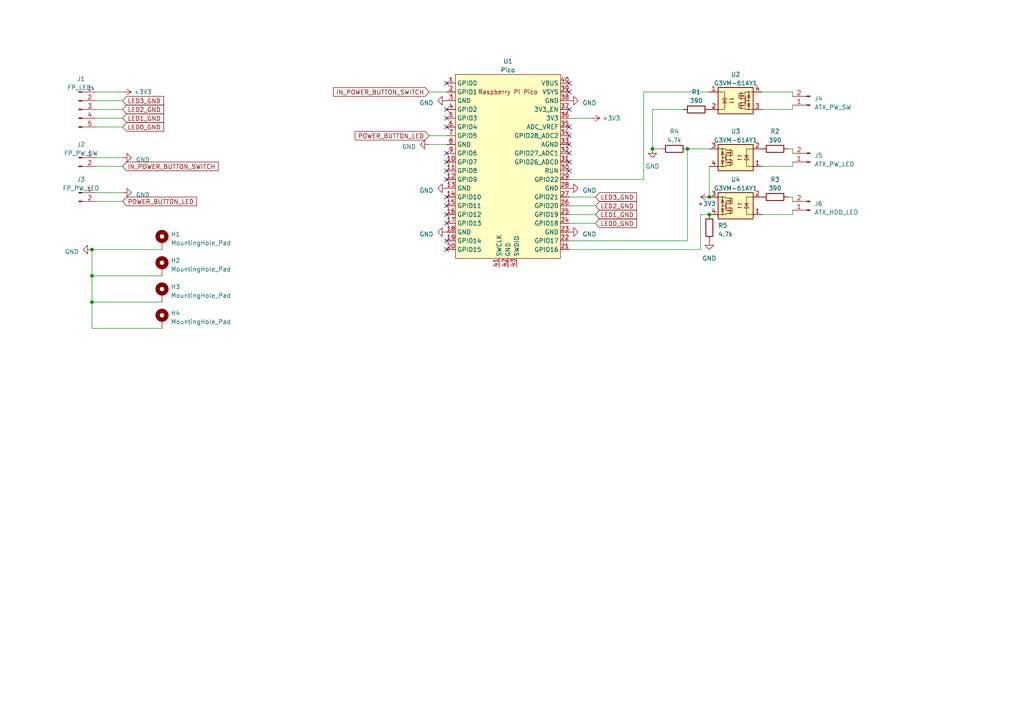
<source format=kicad_sch>
(kicad_sch (version 20230121) (generator eeschema)
  (paper "A4")
  (lib_symbols
    (symbol "Connector:Conn_01x02_Pin" (pin_names (offset 1.016) hide)
      (property "Reference" "J" (at 0 2.54 0))
      (property "Value" "Conn_01x02_Pin" (at 0 -5.08 0))
      (symbol "Conn_01x02_Pin_1_1"
        (polyline (pts (xy 1.27 -2.54) (xy 0.8636 -2.54)) (stroke (width 0.1524)))
        (polyline (pts (xy 1.27 0) (xy 0.8636 0)) (stroke (width 0.1524)))
        (rectangle (start 0.8636 -2.413) (end 0 -2.667) (stroke (width 0.1524)) (fill (type outline)))
        (rectangle (start 0.8636 0.127) (end 0 -0.127) (stroke (width 0.1524)) (fill (type outline)))
        (pin passive line (at 5.08 0 180) (length 3.81) (name "Pin_1") (number "1"))
        (pin passive line (at 5.08 -2.54 180) (length 3.81) (name "Pin_2") (number "2"))
      )
    )
    (symbol "Connector:Conn_01x05_Pin" (pin_names (offset 1.016) hide)
      (property "Reference" "J" (at 0 7.62 0))
      (property "Value" "Conn_01x05_Pin" (at 0 -7.62 0))
      (symbol "Conn_01x05_Pin_1_1"
        (polyline (pts (xy 1.27 -5.08) (xy 0.8636 -5.08)) (stroke (width 0.1524)))
        (polyline (pts (xy 1.27 -2.54) (xy 0.8636 -2.54)) (stroke (width 0.1524)))
        (polyline (pts (xy 1.27 0) (xy 0.8636 0)) (stroke (width 0.1524)))
        (polyline (pts (xy 1.27 2.54) (xy 0.8636 2.54)) (stroke (width 0.1524)))
        (polyline (pts (xy 1.27 5.08) (xy 0.8636 5.08)) (stroke (width 0.1524)))
        (rectangle (start 0.8636 -4.953) (end 0 -5.207) (stroke (width 0.1524)) (fill (type outline)))
        (rectangle (start 0.8636 -2.413) (end 0 -2.667) (stroke (width 0.1524)) (fill (type outline)))
        (rectangle (start 0.8636 0.127) (end 0 -0.127) (stroke (width 0.1524)) (fill (type outline)))
        (rectangle (start 0.8636 2.667) (end 0 2.413) (stroke (width 0.1524)) (fill (type outline)))
        (rectangle (start 0.8636 5.207) (end 0 4.953) (stroke (width 0.1524)) (fill (type outline)))
        (pin passive line (at 5.08 5.08 180) (length 3.81) (name "Pin_1") (number "1"))
        (pin passive line (at 5.08 2.54 180) (length 3.81) (name "Pin_2") (number "2"))
        (pin passive line (at 5.08 0 180) (length 3.81) (name "Pin_3") (number "3"))
        (pin passive line (at 5.08 -2.54 180) (length 3.81) (name "Pin_4") (number "4"))
        (pin passive line (at 5.08 -5.08 180) (length 3.81) (name "Pin_5") (number "5"))
      )
    )
    (symbol "Device:R" (pin_numbers hide) (pin_names (offset 0))
      (property "Reference" "R" (at 2.032 0 90))
      (property "Value" "R" (at 0 0 90))
      (symbol "R_0_1"
        (rectangle (start -1.016 -2.54) (end 1.016 2.54) (stroke (width 0.254)))
      )
      (symbol "R_1_1"
        (pin passive line (at 0 3.81 270) (length 1.27) (name "~") (number "1"))
        (pin passive line (at 0 -3.81 90) (length 1.27) (name "~") (number "2"))
      )
    )
    (symbol "MCU_RaspberryPi_and_Boards:Pico"
      (property "Reference" "U" (at -13.97 27.94 0))
      (property "Value" "Pico" (at 0 19.05 0))
      (symbol "Pico_0_0"
        (text "Raspberry Pi Pico" (at 0 21.59 0) (effects (font (size 1.27 1.27))))
      )
      (symbol "Pico_0_1"
        (rectangle (start -15.24 26.67) (end 15.24 -26.67) (fill (type background)))
      )
      (symbol "Pico_1_1"
        (pin bidirectional line (at -17.78 24.13 0) (length 2.54) (name "GPIO0") (number "1"))
        (pin bidirectional line (at -17.78 1.27 0) (length 2.54) (name "GPIO7") (number "10"))
        (pin bidirectional line (at -17.78 -1.27 0) (length 2.54) (name "GPIO8") (number "11"))
        (pin bidirectional line (at -17.78 -3.81 0) (length 2.54) (name "GPIO9") (number "12"))
        (pin power_in line (at -17.78 -6.35 0) (length 2.54) (name "GND") (number "13"))
        (pin bidirectional line (at -17.78 -8.89 0) (length 2.54) (name "GPIO10") (number "14"))
        (pin bidirectional line (at -17.78 -11.43 0) (length 2.54) (name "GPIO11") (number "15"))
        (pin bidirectional line (at -17.78 -13.97 0) (length 2.54) (name "GPIO12") (number "16"))
        (pin bidirectional line (at -17.78 -16.51 0) (length 2.54) (name "GPIO13") (number "17"))
        (pin power_in line (at -17.78 -19.05 0) (length 2.54) (name "GND") (number "18"))
        (pin bidirectional line (at -17.78 -21.59 0) (length 2.54) (name "GPIO14") (number "19"))
        (pin bidirectional line (at -17.78 21.59 0) (length 2.54) (name "GPIO1") (number "2"))
        (pin bidirectional line (at -17.78 -24.13 0) (length 2.54) (name "GPIO15") (number "20"))
        (pin bidirectional line (at 17.78 -24.13 180) (length 2.54) (name "GPIO16") (number "21"))
        (pin bidirectional line (at 17.78 -21.59 180) (length 2.54) (name "GPIO17") (number "22"))
        (pin power_in line (at 17.78 -19.05 180) (length 2.54) (name "GND") (number "23"))
        (pin bidirectional line (at 17.78 -16.51 180) (length 2.54) (name "GPIO18") (number "24"))
        (pin bidirectional line (at 17.78 -13.97 180) (length 2.54) (name "GPIO19") (number "25"))
        (pin bidirectional line (at 17.78 -11.43 180) (length 2.54) (name "GPIO20") (number "26"))
        (pin bidirectional line (at 17.78 -8.89 180) (length 2.54) (name "GPIO21") (number "27"))
        (pin power_in line (at 17.78 -6.35 180) (length 2.54) (name "GND") (number "28"))
        (pin bidirectional line (at 17.78 -3.81 180) (length 2.54) (name "GPIO22") (number "29"))
        (pin power_in line (at -17.78 19.05 0) (length 2.54) (name "GND") (number "3"))
        (pin input line (at 17.78 -1.27 180) (length 2.54) (name "RUN") (number "30"))
        (pin bidirectional line (at 17.78 1.27 180) (length 2.54) (name "GPIO26_ADC0") (number "31"))
        (pin bidirectional line (at 17.78 3.81 180) (length 2.54) (name "GPIO27_ADC1") (number "32"))
        (pin power_in line (at 17.78 6.35 180) (length 2.54) (name "AGND") (number "33"))
        (pin bidirectional line (at 17.78 8.89 180) (length 2.54) (name "GPIO28_ADC2") (number "34"))
        (pin power_in line (at 17.78 11.43 180) (length 2.54) (name "ADC_VREF") (number "35"))
        (pin power_in line (at 17.78 13.97 180) (length 2.54) (name "3V3") (number "36"))
        (pin input line (at 17.78 16.51 180) (length 2.54) (name "3V3_EN") (number "37"))
        (pin bidirectional line (at 17.78 19.05 180) (length 2.54) (name "GND") (number "38"))
        (pin power_in line (at 17.78 21.59 180) (length 2.54) (name "VSYS") (number "39"))
        (pin bidirectional line (at -17.78 16.51 0) (length 2.54) (name "GPIO2") (number "4"))
        (pin power_in line (at 17.78 24.13 180) (length 2.54) (name "VBUS") (number "40"))
        (pin input line (at -2.54 -29.21 90) (length 2.54) (name "SWCLK") (number "41"))
        (pin power_in line (at 0 -29.21 90) (length 2.54) (name "GND") (number "42"))
        (pin bidirectional line (at 2.54 -29.21 90) (length 2.54) (name "SWDIO") (number "43"))
        (pin bidirectional line (at -17.78 13.97 0) (length 2.54) (name "GPIO3") (number "5"))
        (pin bidirectional line (at -17.78 11.43 0) (length 2.54) (name "GPIO4") (number "6"))
        (pin bidirectional line (at -17.78 8.89 0) (length 2.54) (name "GPIO5") (number "7"))
        (pin power_in line (at -17.78 6.35 0) (length 2.54) (name "GND") (number "8"))
        (pin bidirectional line (at -17.78 3.81 0) (length 2.54) (name "GPIO6") (number "9"))
      )
    )
    (symbol "Mechanical:MountingHole_Pad" (pin_numbers hide) (pin_names (offset 1.016) hide)
      (property "Reference" "H" (at 0 6.35 0))
      (property "Value" "MountingHole_Pad" (at 0 4.445 0))
      (symbol "MountingHole_Pad_0_1"
        (circle (center 0 1.27) (radius 1.27) (stroke (width 1.27)))
      )
      (symbol "MountingHole_Pad_1_1"
        (pin input line (at 0 -2.54 90) (length 2.54) (name "1") (number "1"))
      )
    )
    (symbol "Relay_SolidState:TLP222A"
      (property "Reference" "U" (at -5.08 5.08 0))
      (property "Value" "TLP222A" (at 0 5.08 0))
      (symbol "TLP222A_0_1"
        (rectangle (start -5.08 3.81) (end 5.08 -3.81) (stroke (width 0.254)) (fill (type background)))
        (polyline (pts (xy -3.81 -0.635) (xy -2.54 -0.635)))
        (polyline (pts (xy 1.016 -0.635) (xy 1.016 -2.159)) (stroke (width 0.2032)))
        (polyline (pts (xy 1.016 2.159) (xy 1.016 0.635)) (stroke (width 0.2032)))
        (polyline (pts (xy 1.524 -0.508) (xy 1.524 -0.762)) (stroke (width 0.3556)))
        (polyline (pts (xy 2.794 0) (xy 3.81 0)))
        (polyline (pts (xy 3.429 -1.651) (xy 4.191 -1.651)))
        (polyline (pts (xy 3.429 1.651) (xy 4.191 1.651)))
        (polyline (pts (xy 3.81 -2.54) (xy 3.81 2.54)))
        (polyline (pts (xy 1.524 -2.032) (xy 1.524 -2.286) (xy 1.524 -2.286)) (stroke (width 0.3556)))
        (polyline (pts (xy 1.524 -1.27) (xy 1.524 -1.524) (xy 1.524 -1.524)) (stroke (width 0.3556)))
        (polyline (pts (xy 1.524 0.762) (xy 1.524 0.508) (xy 1.524 0.508)) (stroke (width 0.3556)))
        (polyline (pts (xy 1.524 1.524) (xy 1.524 1.27) (xy 1.524 1.27)) (stroke (width 0.3556)))
        (polyline (pts (xy 1.524 2.286) (xy 1.524 2.032) (xy 1.524 2.032)) (stroke (width 0.3556)))
        (polyline (pts (xy 1.651 -1.397) (xy 2.794 -1.397) (xy 2.794 -0.635)))
        (polyline (pts (xy 1.651 1.397) (xy 2.794 1.397) (xy 2.794 0.635)))
        (polyline (pts (xy -5.08 2.54) (xy -3.175 2.54) (xy -3.175 -2.54) (xy -5.08 -2.54)))
        (polyline (pts (xy -3.175 -0.635) (xy -3.81 0.635) (xy -2.54 0.635) (xy -3.175 -0.635)))
        (polyline (pts (xy 1.651 -2.159) (xy 2.794 -2.159) (xy 2.794 -2.54) (xy 5.08 -2.54)))
        (polyline (pts (xy 1.651 -0.635) (xy 2.794 -0.635) (xy 2.794 0.635) (xy 1.651 0.635)))
        (polyline (pts (xy 1.651 2.159) (xy 2.794 2.159) (xy 2.794 2.54) (xy 5.08 2.54)))
        (polyline (pts (xy 1.778 -1.397) (xy 2.286 -1.27) (xy 2.286 -1.524) (xy 1.778 -1.397)))
        (polyline (pts (xy 1.778 1.397) (xy 2.286 1.524) (xy 2.286 1.27) (xy 1.778 1.397)))
        (polyline (pts (xy 3.81 -1.651) (xy 3.429 -0.889) (xy 4.191 -0.889) (xy 3.81 -1.651)))
        (polyline (pts (xy 3.81 1.651) (xy 3.429 0.889) (xy 4.191 0.889) (xy 3.81 1.651)))
        (polyline (pts (xy -1.905 -0.508) (xy -0.635 -0.508) (xy -1.016 -0.635) (xy -1.016 -0.381) (xy -0.635 -0.508)))
        (polyline (pts (xy -1.905 0.508) (xy -0.635 0.508) (xy -1.016 0.381) (xy -1.016 0.635) (xy -0.635 0.508)))
        (circle (center 2.794 -0.635) (radius 0.127))
        (circle (center 2.794 0) (radius 0.127))
        (circle (center 2.794 0.635) (radius 0.127))
        (circle (center 3.81 -2.54) (radius 0.127))
        (circle (center 3.81 0) (radius 0.127))
        (circle (center 3.81 2.54) (radius 0.127))
      )
      (symbol "TLP222A_1_1"
        (pin passive line (at -7.62 2.54 0) (length 2.54) (name "~") (number "1"))
        (pin passive line (at -7.62 -2.54 0) (length 2.54) (name "~") (number "2"))
        (pin passive line (at 7.62 -2.54 180) (length 2.54) (name "~") (number "3"))
        (pin passive line (at 7.62 2.54 180) (length 2.54) (name "~") (number "4"))
      )
    )
    (symbol "power:+3V3" (power) (pin_names (offset 0))
      (property "Value" "+3V3" (at 0 3.556 0))
      (symbol "+3V3_0_1"
        (polyline (pts (xy -0.762 1.27) (xy 0 2.54)))
        (polyline (pts (xy 0 0) (xy 0 2.54)))
        (polyline (pts (xy 0 2.54) (xy 0.762 1.27)))
      )
      (symbol "+3V3_1_1"
        (pin power_in line (at 0 0 90) (length 0) hide (name "+3V3") (number "1"))
      )
    )
    (symbol "power:GND" (power) (pin_names (offset 0))
      (property "Value" "GND" (at 0 -3.81 0))
      (symbol "GND_0_1"
        (polyline (pts (xy 0 0) (xy 0 -1.27) (xy 1.27 -1.27) (xy 0 -2.54) (xy -1.27 -1.27) (xy 0 -1.27)))
      )
      (symbol "GND_1_1"
        (pin power_in line (at 0 0 270) (length 0) hide (name "GND") (number "1"))
      )
    )
  )
  (junction (at 26.67 72.39))
  (junction (at 189.23 43.18))
  (junction (at 199.39 43.18))
  (junction (at 205.74 57.15))
  (junction (at 26.67 87.63))
  (junction (at 205.74 62.23))
  (junction (at 26.67 80.01))
  (no_connect (at 165.1 26.67))
  (no_connect (at 129.54 64.77))
  (no_connect (at 129.54 69.85))
  (no_connect (at 165.1 36.83))
  (no_connect (at 129.54 31.75))
  (no_connect (at 165.1 44.45))
  (no_connect (at 129.54 34.29))
  (no_connect (at 129.54 72.39))
  (no_connect (at 129.54 44.45))
  (no_connect (at 129.54 57.15))
  (no_connect (at 165.1 24.13))
  (no_connect (at 129.54 46.99))
  (no_connect (at 165.1 31.75))
  (no_connect (at 129.54 59.69))
  (no_connect (at 165.1 49.53))
  (no_connect (at 165.1 39.37))
  (no_connect (at 165.1 41.91))
  (no_connect (at 165.1 46.99))
  (no_connect (at 129.54 24.13))
  (no_connect (at 129.54 36.83))
  (no_connect (at 129.54 62.23))
  (no_connect (at 129.54 52.07))
  (no_connect (at 129.54 49.53))
  (wire (pts (xy 27.94 29.21) (xy 35.56 29.21)))
  (wire (pts (xy 27.94 26.67) (xy 35.56 26.67)))
  (wire (pts (xy 27.94 34.29) (xy 35.56 34.29)))
  (wire (pts (xy 186.69 26.67) (xy 205.74 26.67)))
  (wire (pts (xy 165.1 34.29) (xy 171.45 34.29)))
  (wire (pts (xy 228.6 43.18) (xy 229.87 43.18)))
  (wire (pts (xy 27.94 36.83) (xy 35.56 36.83)))
  (wire (pts (xy 186.69 52.07) (xy 186.69 26.67)))
  (wire (pts (xy 27.94 55.88) (xy 35.56 55.88)))
  (wire (pts (xy 203.2 62.23) (xy 205.74 62.23)))
  (wire (pts (xy 124.46 39.37) (xy 129.54 39.37)))
  (wire (pts (xy 229.87 43.18) (xy 229.87 44.45)))
  (wire (pts (xy 27.94 48.26) (xy 35.56 48.26)))
  (wire (pts (xy 46.99 87.63) (xy 26.67 87.63)))
  (wire (pts (xy 26.67 72.39) (xy 26.67 80.01)))
  (wire (pts (xy 229.87 31.75) (xy 229.87 30.48)))
  (wire (pts (xy 229.87 57.15) (xy 229.87 58.42)))
  (wire (pts (xy 220.98 48.26) (xy 229.87 48.26)))
  (wire (pts (xy 124.46 26.67) (xy 129.54 26.67)))
  (wire (pts (xy 229.87 26.67) (xy 229.87 27.94)))
  (wire (pts (xy 203.2 72.39) (xy 203.2 62.23)))
  (wire (pts (xy 165.1 64.77) (xy 172.72 64.77)))
  (wire (pts (xy 27.94 58.42) (xy 35.56 58.42)))
  (wire (pts (xy 220.98 26.67) (xy 229.87 26.67)))
  (wire (pts (xy 228.6 57.15) (xy 229.87 57.15)))
  (wire (pts (xy 27.94 45.72) (xy 35.56 45.72)))
  (wire (pts (xy 26.67 95.25) (xy 26.67 87.63)))
  (wire (pts (xy 165.1 62.23) (xy 172.72 62.23)))
  (wire (pts (xy 205.74 48.26) (xy 205.74 57.15)))
  (wire (pts (xy 124.46 41.91) (xy 129.54 41.91)))
  (wire (pts (xy 165.1 52.07) (xy 186.69 52.07)))
  (wire (pts (xy 199.39 43.18) (xy 199.39 69.85)))
  (wire (pts (xy 165.1 59.69) (xy 172.72 59.69)))
  (wire (pts (xy 27.94 31.75) (xy 35.56 31.75)))
  (wire (pts (xy 26.67 80.01) (xy 46.99 80.01)))
  (wire (pts (xy 46.99 72.39) (xy 26.67 72.39)))
  (wire (pts (xy 229.87 48.26) (xy 229.87 46.99)))
  (wire (pts (xy 165.1 57.15) (xy 172.72 57.15)))
  (wire (pts (xy 199.39 69.85) (xy 165.1 69.85)))
  (wire (pts (xy 189.23 31.75) (xy 198.12 31.75)))
  (wire (pts (xy 229.87 62.23) (xy 229.87 60.96)))
  (wire (pts (xy 199.39 43.18) (xy 205.74 43.18)))
  (wire (pts (xy 26.67 87.63) (xy 26.67 80.01)))
  (wire (pts (xy 189.23 43.18) (xy 191.77 43.18)))
  (wire (pts (xy 203.2 72.39) (xy 165.1 72.39)))
  (wire (pts (xy 220.98 62.23) (xy 229.87 62.23)))
  (wire (pts (xy 46.99 95.25) (xy 26.67 95.25)))
  (wire (pts (xy 189.23 43.18) (xy 189.23 31.75)))
  (wire (pts (xy 220.98 31.75) (xy 229.87 31.75)))
  (global_label "LED1_GND" (shape input) (at 35.56 34.29 0) (property "Intersheetrefs" "${INTERSHEET_REFS}" (effects hide)))
  (global_label "LED1_GND" (shape input) (at 172.72 62.23 0) (property "Intersheetrefs" "${INTERSHEET_REFS}" (effects hide)))
  (global_label "POWER_BUTTON_LED" (shape input) (at 35.56 58.42 0) (property "Intersheetrefs" "${INTERSHEET_REFS}" (effects hide)))
  (global_label "LED0_GND" (shape input) (at 172.72 64.77 0) (property "Intersheetrefs" "${INTERSHEET_REFS}" (effects hide)))
  (global_label "LED2_GND" (shape input) (at 35.56 31.75 0) (property "Intersheetrefs" "${INTERSHEET_REFS}" (effects hide)))
  (global_label "LED2_GND" (shape input) (at 172.72 59.69 0) (property "Intersheetrefs" "${INTERSHEET_REFS}" (effects hide)))
  (global_label "IN_POWER_BUTTON_SWITCH" (shape input) (at 124.46 26.67 180) (property "Intersheetrefs" "${INTERSHEET_REFS}" (effects hide)))
  (global_label "IN_POWER_BUTTON_SWITCH" (shape input) (at 35.56 48.26 0) (property "Intersheetrefs" "${INTERSHEET_REFS}" (effects hide)))
  (global_label "LED3_GND" (shape input) (at 172.72 57.15 0) (property "Intersheetrefs" "${INTERSHEET_REFS}" (effects hide)))
  (global_label "LED3_GND" (shape input) (at 35.56 29.21 0) (property "Intersheetrefs" "${INTERSHEET_REFS}" (effects hide)))
  (global_label "LED0_GND" (shape input) (at 35.56 36.83 0) (property "Intersheetrefs" "${INTERSHEET_REFS}" (effects hide)))
  (global_label "POWER_BUTTON_LED" (shape input) (at 124.46 39.37 180) (property "Intersheetrefs" "${INTERSHEET_REFS}" (effects hide)))
  (symbol (lib_id "Mechanical:MountingHole_Pad") (at 46.99 85.09 0) (unit 1)
    (property "Reference" "H3" (at 49.53 83.185 0) (effects (justify left)))
    (property "Value" "MountingHole_Pad" (at 49.53 85.725 0) (effects (justify left)))
    (property "Footprint" "MountingHole:MountingHole_3.2mm_M3_Pad" (effects hide))
  )
  (symbol (lib_id "power:GND") (at 165.1 67.31 90) (unit 1)
    (property "Reference" "#PWR012" (effects hide))
    (property "Value" "GND" (at 168.91 67.945 90) (effects (justify right)))
  )
  (symbol (lib_id "Relay_SolidState:TLP222A") (at 213.36 45.72 180) (unit 1)
    (property "Reference" "U3" (at 213.36 38.1 0))
    (property "Value" "G3VM-61AY1" (at 213.36 40.64 0))
    (property "Footprint" "Package_DIP:DIP-4_W7.62mm" (effects hide))
    (property "Datasheet" "https://omronfs.omron.com/en_US/ecb/products/pdf/en-g3vm_ay_dy.pdf" (effects hide))
  )
  (symbol (lib_id "power:GND") (at 35.56 55.88 90) (unit 1)
    (property "Reference" "#PWR06" (effects hide))
    (property "Value" "GND" (at 39.37 56.515 90) (effects (justify right)))
  )
  (symbol (lib_id "power:GND") (at 26.67 72.39 270) (unit 1)
    (property "Reference" "#PWR02" (effects hide))
    (property "Value" "GND" (at 22.86 73.025 90) (effects (justify right)))
  )
  (symbol (lib_id "power:GND") (at 129.54 29.21 270) (unit 1)
    (property "Reference" "#PWR07" (effects hide))
    (property "Value" "GND" (at 125.73 29.845 90) (effects (justify right)))
  )
  (symbol (lib_id "Mechanical:MountingHole_Pad") (at 46.99 69.85 0) (unit 1)
    (property "Reference" "H1" (at 49.53 67.945 0) (effects (justify left)))
    (property "Value" "MountingHole_Pad" (at 49.53 70.485 0) (effects (justify left)))
    (property "Footprint" "MountingHole:MountingHole_3.2mm_M3_Pad" (effects hide))
  )
  (symbol (lib_id "Connector:Conn_01x02_Pin") (at 234.95 60.96 180) (unit 1)
    (property "Reference" "J6" (at 236.22 59.055 0) (effects (justify right)))
    (property "Value" "ATX_HDD_LED" (at 236.22 61.595 0) (effects (justify right)))
    (property "Footprint" "Connector_PinHeader_2.54mm:PinHeader_1x02_P2.54mm_Vertical" (effects hide))
  )
  (symbol (lib_id "Connector:Conn_01x02_Pin") (at 22.86 45.72 0) (unit 1)
    (property "Reference" "J2" (at 23.495 41.91 0))
    (property "Value" "FP_PW_SW" (at 23.495 44.45 0))
    (property "Footprint" "Connector_PinHeader_2.54mm:PinHeader_1x02_P2.54mm_Vertical" (effects hide))
  )
  (symbol (lib_id "Mechanical:MountingHole_Pad") (at 46.99 92.71 0) (unit 1)
    (property "Reference" "H4" (at 49.53 90.805 0) (effects (justify left)))
    (property "Value" "MountingHole_Pad" (at 49.53 93.345 0) (effects (justify left)))
    (property "Footprint" "MountingHole:MountingHole_3.2mm_M3_Pad" (effects hide))
  )
  (symbol (lib_id "power:GND") (at 165.1 29.21 90) (unit 1)
    (property "Reference" "#PWR08" (effects hide))
    (property "Value" "GND" (at 168.91 29.845 90) (effects (justify right)))
  )
  (symbol (lib_id "power:+3V3") (at 205.74 57.15 90) (unit 1)
    (property "Reference" "#PWR015" (effects hide))
    (property "Value" "+3V3" (at 207.645 59.055 90) (effects (justify left)))
  )
  (symbol (lib_id "Connector:Conn_01x02_Pin") (at 234.95 30.48 180) (unit 1)
    (property "Reference" "J4" (at 236.22 28.575 0) (effects (justify right)))
    (property "Value" "ATX_PW_SW" (at 236.22 31.115 0) (effects (justify right)))
    (property "Footprint" "Connector_PinHeader_2.54mm:PinHeader_1x02_P2.54mm_Vertical" (effects hide))
  )
  (symbol (lib_id "power:GND") (at 165.1 54.61 90) (unit 1)
    (property "Reference" "#PWR011" (effects hide))
    (property "Value" "GND" (at 168.91 55.245 90) (effects (justify right)))
  )
  (symbol (lib_id "power:GND") (at 189.23 43.18 0) (unit 1)
    (property "Reference" "#PWR09" (effects hide))
    (property "Value" "GND" (at 189.23 48.26 0))
  )
  (symbol (lib_id "Device:R") (at 205.74 66.04 180) (unit 1)
    (property "Reference" "R5" (at 208.28 65.405 0) (effects (justify right)))
    (property "Value" "4.7k" (at 208.28 67.945 0) (effects (justify right)))
    (property "Footprint" "Resistor_THT:R_Axial_DIN0207_L6.3mm_D2.5mm_P7.62mm_Horizontal" (effects hide))
  )
  (symbol (lib_id "power:GND") (at 124.46 41.91 270) (unit 1)
    (property "Reference" "#PWR04" (effects hide))
    (property "Value" "GND" (at 120.65 42.545 90) (effects (justify right)))
  )
  (symbol (lib_id "power:GND") (at 129.54 54.61 270) (unit 1)
    (property "Reference" "#PWR01" (effects hide))
    (property "Value" "GND" (at 125.73 55.245 90) (effects (justify right)))
  )
  (symbol (lib_id "Device:R") (at 224.79 43.18 90) (unit 1)
    (property "Reference" "R2" (at 224.79 38.1 90))
    (property "Value" "390" (at 224.79 40.64 90))
    (property "Footprint" "Resistor_THT:R_Axial_DIN0207_L6.3mm_D2.5mm_P7.62mm_Horizontal" (effects hide))
  )
  (symbol (lib_id "Relay_SolidState:TLP222A") (at 213.36 29.21 0) (unit 1)
    (property "Reference" "U2" (at 213.36 21.59 0))
    (property "Value" "G3VM-61AY1" (at 213.36 24.13 0))
    (property "Footprint" "Package_DIP:DIP-4_W7.62mm" (effects hide))
    (property "Datasheet" "https://omronfs.omron.com/en_US/ecb/products/pdf/en-g3vm_ay_dy.pdf" (effects hide))
  )
  (symbol (lib_id "Connector:Conn_01x02_Pin") (at 22.86 55.88 0) (unit 1)
    (property "Reference" "J3" (at 23.495 52.07 0))
    (property "Value" "FP_PW_LED" (at 23.495 54.61 0))
    (property "Footprint" "Connector_PinHeader_2.54mm:PinHeader_1x02_P2.54mm_Vertical" (effects hide))
  )
  (symbol (lib_id "power:+3V3") (at 35.56 26.67 270) (unit 1)
    (property "Reference" "#PWR014" (effects hide))
    (property "Value" "+3V3" (at 38.735 26.67 90) (effects (justify left)))
  )
  (symbol (lib_id "power:GND") (at 129.54 67.31 270) (unit 1)
    (property "Reference" "#PWR03" (effects hide))
    (property "Value" "GND" (at 125.73 67.945 90) (effects (justify right)))
  )
  (symbol (lib_id "Mechanical:MountingHole_Pad") (at 46.99 77.47 0) (unit 1)
    (property "Reference" "H2" (at 49.53 75.565 0) (effects (justify left)))
    (property "Value" "MountingHole_Pad" (at 49.53 78.105 0) (effects (justify left)))
    (property "Footprint" "MountingHole:MountingHole_3.2mm_M3_Pad" (effects hide))
  )
  (symbol (lib_id "Connector:Conn_01x05_Pin") (at 22.86 31.75 0) (unit 1)
    (property "Reference" "J1" (at 23.495 22.86 0))
    (property "Value" "FP_LEDs" (at 23.495 25.4 0))
    (property "Footprint" "Connector_PinHeader_2.54mm:PinHeader_1x05_P2.54mm_Vertical" (effects hide))
  )
  (symbol (lib_id "Relay_SolidState:TLP222A") (at 213.36 59.69 180) (unit 1)
    (property "Reference" "U4" (at 213.36 52.07 0))
    (property "Value" "G3VM-61AY1" (at 213.36 54.61 0))
    (property "Footprint" "Package_DIP:DIP-4_W7.62mm" (effects hide))
    (property "Datasheet" "https://omronfs.omron.com/en_US/ecb/products/pdf/en-g3vm_ay_dy.pdf" (effects hide))
  )
  (symbol (lib_id "Device:R") (at 195.58 43.18 90) (unit 1)
    (property "Reference" "R4" (at 195.58 38.1 90))
    (property "Value" "4.7k" (at 195.58 40.64 90))
    (property "Footprint" "Resistor_THT:R_Axial_DIN0207_L6.3mm_D2.5mm_P7.62mm_Horizontal" (effects hide))
  )
  (symbol (lib_id "Connector:Conn_01x02_Pin") (at 234.95 46.99 180) (unit 1)
    (property "Reference" "J5" (at 236.22 45.085 0) (effects (justify right)))
    (property "Value" "ATX_PW_LED" (at 236.22 47.625 0) (effects (justify right)))
    (property "Footprint" "Connector_PinHeader_2.54mm:PinHeader_1x02_P2.54mm_Vertical" (effects hide))
  )
  (symbol (lib_id "power:GND") (at 35.56 45.72 90) (unit 1)
    (property "Reference" "#PWR05" (effects hide))
    (property "Value" "GND" (at 39.37 46.355 90) (effects (justify right)))
  )
  (symbol (lib_id "power:GND") (at 205.74 69.85 0) (unit 1)
    (property "Reference" "#PWR010" (effects hide))
    (property "Value" "GND" (at 205.74 74.93 0))
  )
  (symbol (lib_id "Device:R") (at 224.79 57.15 90) (unit 1)
    (property "Reference" "R3" (at 224.79 52.07 90))
    (property "Value" "390" (at 224.79 54.61 90))
    (property "Footprint" "Resistor_THT:R_Axial_DIN0207_L6.3mm_D2.5mm_P7.62mm_Horizontal" (effects hide))
  )
  (symbol (lib_id "power:+3V3") (at 171.45 34.29 270) (unit 1)
    (property "Reference" "#PWR013" (effects hide))
    (property "Value" "+3V3" (at 174.625 34.29 90) (effects (justify left)))
  )
  (symbol (lib_id "Device:R") (at 201.93 31.75 90) (unit 1)
    (property "Reference" "R1" (at 201.93 26.67 90))
    (property "Value" "390" (at 201.93 29.21 90))
    (property "Footprint" "Resistor_THT:R_Axial_DIN0207_L6.3mm_D2.5mm_P7.62mm_Horizontal" (effects hide))
  )
  (symbol (lib_id "MCU_RaspberryPi_and_Boards:Pico") (at 147.32 48.26 0) (unit 1)
    (property "Reference" "U1" (at 147.32 17.78 0))
    (property "Value" "Pico" (at 147.32 20.32 0))
    (property "Footprint" "RPi-Pico:RPi_Pico_SMD_TH" (effects hide))
  )
)
</source>
